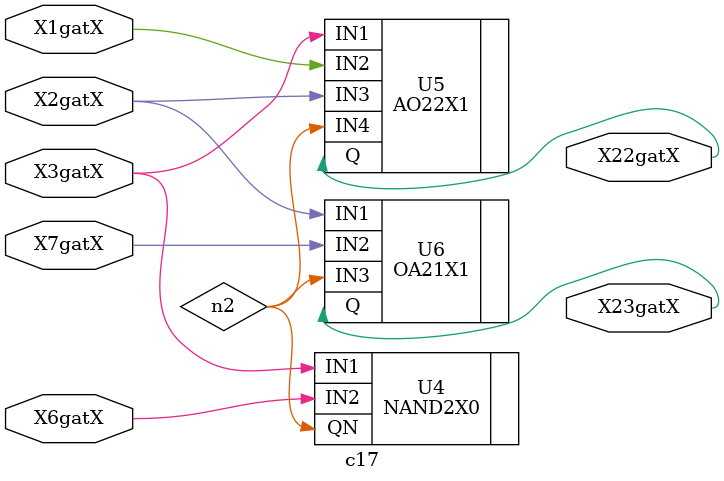
<source format=v>

module c17 ( X1gatX, X2gatX, X3gatX, X6gatX, X7gatX, X22gatX, X23gatX );
  input X1gatX, X2gatX, X3gatX, X6gatX, X7gatX;
  output X22gatX, X23gatX;
  wire   n2;

  NAND2X0 U4 ( .IN1(X3gatX), .IN2(X6gatX), .QN(n2) );
  AO22X1 U5 ( .IN1(X3gatX), .IN2(X1gatX), .IN3(X2gatX), .IN4(n2), .Q(X22gatX)
         );
  OA21X1 U6 ( .IN1(X2gatX), .IN2(X7gatX), .IN3(n2), .Q(X23gatX) );
endmodule


</source>
